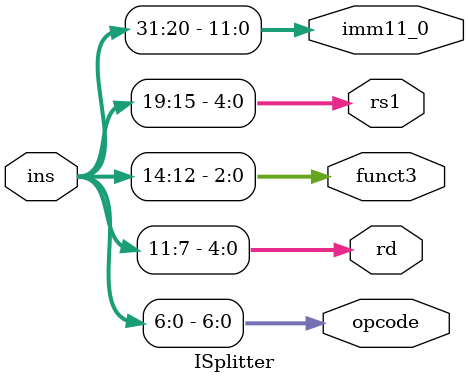
<source format=sv>
`timescale 1ns / 1ps


module ISplitter(
    input logic [31:0] ins,
    output logic [6:0] opcode,
    output logic [4:0] rd,
    output logic [2:0] funct3,
    output logic [4:0] rs1,
    output logic [11:0] imm11_0
    );
    
    assign {imm11_0, rs1, funct3, rd, opcode} = ins;
    
endmodule

</source>
